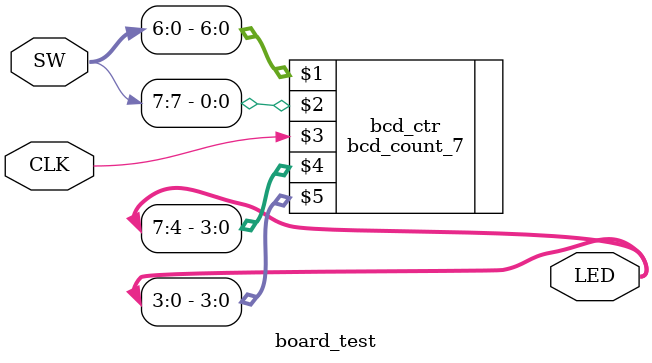
<source format=v>
`timescale 1ns / 1ps

module board_test(LED, SW, CLK);

output [7:0] LED;
input [7:0] SW;
input CLK;

bcd_count_7 bcd_ctr(SW[6:0], SW[7], CLK, LED[7:4], LED[3:0]);

endmodule

</source>
